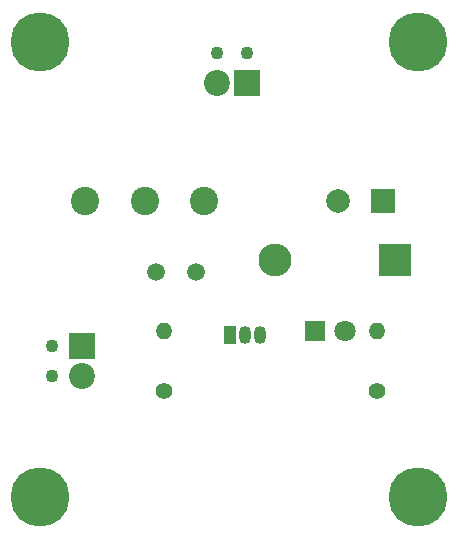
<source format=gbr>
%TF.GenerationSoftware,KiCad,Pcbnew,8.0.5*%
%TF.CreationDate,2024-12-26T12:48:10+03:00*%
%TF.ProjectId,LDR_Project,4c44525f-5072-46f6-9a65-63742e6b6963,rev?*%
%TF.SameCoordinates,Original*%
%TF.FileFunction,Soldermask,Top*%
%TF.FilePolarity,Negative*%
%FSLAX46Y46*%
G04 Gerber Fmt 4.6, Leading zero omitted, Abs format (unit mm)*
G04 Created by KiCad (PCBNEW 8.0.5) date 2024-12-26 12:48:10*
%MOMM*%
%LPD*%
G01*
G04 APERTURE LIST*
%ADD10C,1.500000*%
%ADD11C,1.400000*%
%ADD12O,1.400000X1.400000*%
%ADD13R,1.050000X1.500000*%
%ADD14O,1.050000X1.500000*%
%ADD15C,1.100000*%
%ADD16R,2.200000X2.200000*%
%ADD17C,2.200000*%
%ADD18C,5.000000*%
%ADD19R,1.800000X1.800000*%
%ADD20C,1.800000*%
%ADD21C,2.400000*%
%ADD22R,2.000000X2.000000*%
%ADD23C,2.000000*%
%ADD24R,2.800000X2.800000*%
%ADD25O,2.800000X2.800000*%
G04 APERTURE END LIST*
D10*
%TO.C,R3*%
X125300000Y-85000000D03*
X128700000Y-85000000D03*
%TD*%
D11*
%TO.C,R1*%
X126000000Y-95040000D03*
D12*
X126000000Y-89960000D03*
%TD*%
D13*
%TO.C,Q1*%
X131535000Y-90325000D03*
D14*
X132805000Y-90325000D03*
X134075000Y-90325000D03*
%TD*%
D15*
%TO.C,J2*%
X116460000Y-91230000D03*
X116460000Y-93770000D03*
D16*
X119000000Y-91230000D03*
D17*
X119000000Y-93770000D03*
%TD*%
D18*
%TO.C,H2*%
X115500000Y-104000000D03*
%TD*%
D19*
%TO.C,D2*%
X138725000Y-90000000D03*
D20*
X141265000Y-90000000D03*
%TD*%
D18*
%TO.C,H3*%
X147500000Y-65500000D03*
%TD*%
%TO.C,H1*%
X115500000Y-65500000D03*
%TD*%
%TO.C,H4*%
X147500000Y-104000000D03*
%TD*%
D15*
%TO.C,J1*%
X133000000Y-66460000D03*
X130460000Y-66460000D03*
D16*
X133000000Y-69000000D03*
D17*
X130460000Y-69000000D03*
%TD*%
D21*
%TO.C,K1*%
X124340000Y-79000000D03*
X129380000Y-79000000D03*
X119300000Y-79000000D03*
D22*
X144500000Y-79000000D03*
D23*
X140720000Y-79000000D03*
%TD*%
D24*
%TO.C,D1*%
X145500000Y-84000000D03*
D25*
X135340000Y-84000000D03*
%TD*%
D11*
%TO.C,R2*%
X144000000Y-95040000D03*
D12*
X144000000Y-89960000D03*
%TD*%
M02*

</source>
